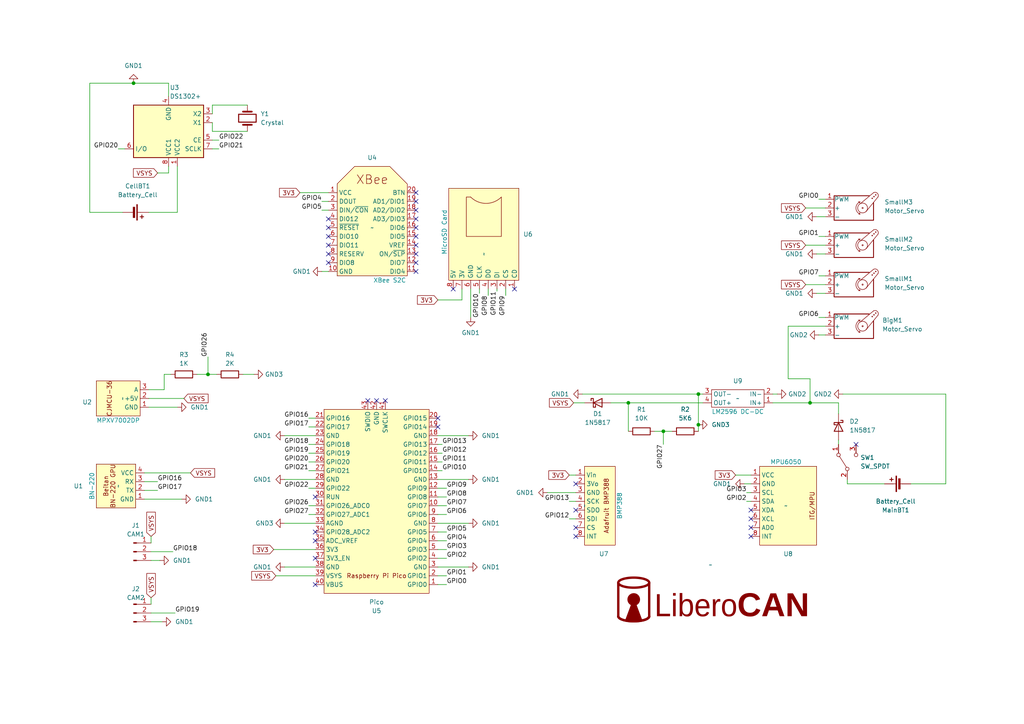
<source format=kicad_sch>
(kicad_sch (version 20231120) (generator "eeschema") (generator_version "8.0")
  (paper "A4")
  (title_block (title "LIBEROCAN PCB") (date "2024-01-16") (rev "v1.03.1") (comment 3 "                                                                    License: CC BY-SA 4.0") (comment 4 "                                                                    Author: Tan Siret Akıncı"))
  (lib_symbols
    (symbol "CansatParts:BMP388_Adafruit"
      (property "Reference" "U" (at -12.7 0 0))
      (symbol "BMP388_Adafruit_1_1"
        (text "Adafruit BMP388" (at 0 1.27 0) (effects (font (size 1.27 1.27))))
        (text "BMP388" (at 0 5.08 0) (effects (font (size 1.27 1.27))))
        (pin input line (at -8.89 -7.62 90) (length 2.54) (name "Vin") (number "1"))
        (pin input line (at -6.35 -7.62 90) (length 2.54) (name "3Vo") (number "2"))
        (pin input line (at -3.81 -7.62 90) (length 2.54) (name "GND") (number "3"))
        (pin input line (at -1.27 -7.62 90) (length 2.54) (name "SCK") (number "4"))
        (pin input line (at 1.27 -7.62 90) (length 2.54) (name "SDO") (number "5"))
        (pin input line (at 3.81 -7.62 90) (length 2.54) (name "SDI") (number "6"))
        (pin input line (at 6.35 -7.62 90) (length 2.54) (name "CS") (number "7"))
        (pin input line (at 8.89 -7.62 90) (length 2.54) (name "INT") (number "8"))
      )
    )
    (symbol "CansatParts:BN-220"
      (property "Reference" "U" (at -7.62 0 0))
      (symbol "BN-220_1_1"
        (text "Beitan\nBN-220 GPU" (at 0 2.54 0) (effects (font (size 1.27 1.27))))
        (text "BN-220" (at 0 7.62 0) (effects (font (size 1.27 1.27))))
        (pin input line (at -3.81 -7.62 90) (length 2.54) (name "GND") (number "1"))
        (pin input line (at -1.27 -7.62 90) (length 2.54) (name "TX") (number "2"))
        (pin input line (at 1.27 -7.62 90) (length 2.54) (name "RX") (number "3"))
        (pin input line (at 3.81 -7.62 90) (length 2.54) (name "VCC") (number "4"))
      )
    )
    (symbol "CansatParts:LM2596_DC-DC_Buck_Module"
      (property "Reference" "U" (at 0 -3.81 0))
      (symbol "LM2596_DC-DC_Buck_Module_1_1"
        (text "LM2596 DC-DC" (at 0 3.81 0) (effects (font (size 1.27 1.27))))
        (pin input line (at -10.16 1.27 0) (length 2.54) (name "IN+") (number "1"))
        (pin input line (at -10.16 -1.27 0) (length 2.54) (name "IN-") (number "2"))
        (pin output line (at 10.16 -1.27 180) (length 2.54) (name "OUT-") (number "3"))
        (pin output line (at 10.16 1.27 180) (length 2.54) (name "OUT+") (number "4"))
      )
    )
    (symbol "CansatParts:MPU6050_ITG/MPU"
      (property "Reference" "U" (at 0 -12.7 0))
      (symbol "MPU6050_ITG/MPU_1_1"
        (text "ITG/MPU" (at 7.62 0 900) (effects (font (size 1.27 1.27))))
        (text "MPU6050" (at 0 12.7 0) (effects (font (size 1.27 1.27))))
        (pin input line (at -10.16 8.89 0) (length 2.54) (name "VCC") (number "1"))
        (pin input line (at -10.16 6.35 0) (length 2.54) (name "GND") (number "2"))
        (pin input line (at -10.16 3.81 0) (length 2.54) (name "SCL") (number "3"))
        (pin input line (at -10.16 1.27 0) (length 2.54) (name "SDA") (number "4"))
        (pin input line (at -10.16 -1.27 0) (length 2.54) (name "XDA") (number "5"))
        (pin input line (at -10.16 -3.81 0) (length 2.54) (name "XCL") (number "6"))
        (pin input line (at -10.16 -6.35 0) (length 2.54) (name "AD0") (number "7"))
        (pin input line (at -10.16 -8.89 0) (length 2.54) (name "INT") (number "8"))
      )
    )
    (symbol "CansatParts:MPXV7002DP CJMCU-36"
      (property "Reference" "U" (at -3.81 -6.35 0))
      (symbol "MPXV7002DP CJMCU-36_1_1"
        (text "CJMCU-36" (at 3.81 0 900) (effects (font (size 1.27 1.27))))
        (text "MPXV7002DP" (at 1.27 6.35 0) (effects (font (size 1.27 1.27))))
        (pin input line (at -7.62 2.54 0) (length 2.54) (name "GND") (number "1"))
        (pin input line (at -7.62 0 0) (length 2.54) (name "+5V") (number "2"))
        (pin input line (at -7.62 -2.54 0) (length 2.54) (name "A") (number "3"))
      )
    )
    (symbol "CansatParts:Micro_SD_Card_Breakout_Board_Adafruit"
      (property "Reference" "U" (at -15.24 0 0))
      (symbol "Micro_SD_Card_Breakout_Board_Adafruit_1_1"
        (text "MicroSD Card" (at -1.27 -11.43 0) (effects (font (size 1.27 1.27))))
        (pin input line (at 15.24 8.89 180) (length 2.54) (name "CD") (number "1"))
        (pin input line (at 15.24 6.35 180) (length 2.54) (name "CS") (number "2"))
        (pin input line (at 15.24 3.81 180) (length 2.54) (name "DI") (number "3"))
        (pin input line (at 15.24 1.27 180) (length 2.54) (name "DO") (number "4"))
        (pin input line (at 15.24 -1.27 180) (length 2.54) (name "CLK") (number "5"))
        (pin input line (at 15.24 -3.81 180) (length 2.54) (name "GND") (number "6"))
        (pin input line (at 15.24 -6.35 180) (length 2.54) (name "3V") (number "7"))
        (pin input line (at 15.24 -8.89 180) (length 2.54) (name "5V") (number "8"))
      )
    )
    (symbol "CansatParts:XBee_S2C"
      (property "Reference" "U" (at -8.89 -15.24 0))
      (symbol "XBee_S2C_1_1"
        (text "XBee" (at 0 13.97 0) (effects (font (size 2.54 2.54))))
        (text "XBee S2C" (at 5.08 -15.24 0) (effects (font (size 1.27 1.27))))
        (pin input line (at -12.7 10.16 0) (length 2.54) (name "VCC") (number "1"))
        (pin input line (at -12.7 -12.7 0) (length 2.54) (name "GND") (number "10"))
        (pin input line (at 12.7 -12.7 180) (length 2.54) (name "DIO4") (number "11"))
        (pin input line (at 12.7 -10.16 180) (length 2.54) (name "DIO7") (number "12"))
        (pin input line (at 12.7 -7.62 180) (length 2.54) (name "ON/~{SLP}") (number "13"))
        (pin input line (at 12.7 -5.08 180) (length 2.54) (name "VREF") (number "14"))
        (pin input line (at 12.7 -2.54 180) (length 2.54) (name "DIO5") (number "15"))
        (pin input line (at 12.7 0 180) (length 2.54) (name "DIO6") (number "16"))
        (pin input line (at 12.7 2.54 180) (length 2.54) (name "AD3/DIO3") (number "17"))
        (pin input line (at 12.7 5.08 180) (length 2.54) (name "AD2/DIO2") (number "18"))
        (pin input line (at 12.7 7.62 180) (length 2.54) (name "AD1/DIO1") (number "19"))
        (pin input line (at -12.7 7.62 0) (length 2.54) (name "DOUT") (number "2"))
        (pin input line (at 12.7 10.16 180) (length 2.54) (name "BTN") (number "20"))
        (pin input line (at -12.7 5.08 0) (length 2.54) (name "DIN/~{CON}") (number "3"))
        (pin input line (at -12.7 2.54 0) (length 2.54) (name "DI012") (number "4"))
        (pin input line (at -12.7 0 0) (length 2.54) (name "~{RESET}") (number "5"))
        (pin input line (at -12.7 -2.54 0) (length 2.54) (name "DIO10") (number "6"))
        (pin input line (at -12.7 -5.08 0) (length 2.54) (name "DIO11") (number "7"))
        (pin input line (at -12.7 -7.62 0) (length 2.54) (name "RESERV") (number "8"))
        (pin input line (at -12.7 -10.16 0) (length 2.54) (name "DIO8") (number "9"))
      )
    )
    (symbol "CansatSymbols:LIBEROCAN_Logo"
      (property "Value" "~" (at -2.1882 17.78 0))
    )
    (symbol "Connector:Conn_01x03_Pin" (pin_names (offset 1.016) hide)
      (property "Reference" "J" (at 0 5.08 0))
      (property "Value" "Conn_01x03_Pin" (at 0 -5.08 0))
      (symbol "Conn_01x03_Pin_1_1"
        (pin passive line (at 5.08 2.54 180) (length 3.81) (name "Pin_1") (number "1"))
        (pin passive line (at 5.08 0 180) (length 3.81) (name "Pin_2") (number "2"))
        (pin passive line (at 5.08 -2.54 180) (length 3.81) (name "Pin_3") (number "3"))
      )
    )
    (symbol "Device:Battery_Cell" (pin_numbers hide) (pin_names (offset 0) hide)
      (property "Reference" "BT" (at 2.54 2.54 0))
      (property "Value" "Battery_Cell" (at 2.54 0 0))
      (symbol "Battery_Cell_1_1"
        (pin passive line (at 0 5.08 270) (length 2.54) (name "+") (number "1"))
        (pin passive line (at 0 -2.54 90) (length 2.54) (name "-") (number "2"))
      )
    )
    (symbol "Device:Crystal" (pin_numbers hide) (pin_names (offset 1.016) hide)
      (property "Reference" "Y" (at 0 3.81 0))
      (property "Value" "Crystal" (at 0 -3.81 0))
      (symbol "Crystal_1_1"
        (pin passive line (at -3.81 0 0) (length 1.27) (name "1") (number "1"))
        (pin passive line (at 3.81 0 180) (length 1.27) (name "2") (number "2"))
      )
    )
    (symbol "Device:R" (pin_numbers hide) (pin_names (offset 0))
      (property "Reference" "R" (at 2.032 0 90))
      (property "Value" "R" (at 0 0 90))
      (symbol "R_1_1"
        (pin passive line (at 0 3.81 270) (length 1.27) (name "~") (number "1"))
        (pin passive line (at 0 -3.81 90) (length 1.27) (name "~") (number "2"))
      )
    )
    (symbol "Diode:1N5817" (pin_numbers hide) (pin_names (offset 1.016) hide)
      (property "Reference" "D" (at 0 2.54 0))
      (property "Value" "1N5817" (at 0 -2.54 0))
      (symbol "1N5817_1_1"
        (pin passive line (at -3.81 0 0) (length 2.54) (name "K") (number "1"))
        (pin passive line (at 3.81 0 180) (length 2.54) (name "A") (number "2"))
      )
    )
    (symbol "MCU_RaspberryPi_and_Boards:Pico"
      (property "Reference" "U" (at -13.97 27.94 0))
      (property "Value" "Pico" (at 0 19.05 0))
      (symbol "Pico_0_0"
        (text "Raspberry Pi Pico" (at 0 21.59 0) (effects (font (size 1.27 1.27))))
      )
      (symbol "Pico_1_1"
        (pin bidirectional line (at -17.78 24.13 0) (length 2.54) (name "GPIO0") (number "1"))
        (pin bidirectional line (at -17.78 1.27 0) (length 2.54) (name "GPIO7") (number "10"))
        (pin bidirectional line (at -17.78 -1.27 0) (length 2.54) (name "GPIO8") (number "11"))
        (pin bidirectional line (at -17.78 -3.81 0) (length 2.54) (name "GPIO9") (number "12"))
        (pin power_in line (at -17.78 -6.35 0) (length 2.54) (name "GND") (number "13"))
        (pin bidirectional line (at -17.78 -8.89 0) (length 2.54) (name "GPIO10") (number "14"))
        (pin bidirectional line (at -17.78 -11.43 0) (length 2.54) (name "GPIO11") (number "15"))
        (pin bidirectional line (at -17.78 -13.97 0) (length 2.54) (name "GPIO12") (number "16"))
        (pin bidirectional line (at -17.78 -16.51 0) (length 2.54) (name "GPIO13") (number "17"))
        (pin power_in line (at -17.78 -19.05 0) (length 2.54) (name "GND") (number "18"))
        (pin bidirectional line (at -17.78 -21.59 0) (length 2.54) (name "GPIO14") (number "19"))
        (pin bidirectional line (at -17.78 21.59 0) (length 2.54) (name "GPIO1") (number "2"))
        (pin bidirectional line (at -17.78 -24.13 0) (length 2.54) (name "GPIO15") (number "20"))
        (pin bidirectional line (at 17.78 -24.13 180) (length 2.54) (name "GPIO16") (number "21"))
        (pin bidirectional line (at 17.78 -21.59 180) (length 2.54) (name "GPIO17") (number "22"))
        (pin power_in line (at 17.78 -19.05 180) (length 2.54) (name "GND") (number "23"))
        (pin bidirectional line (at 17.78 -16.51 180) (length 2.54) (name "GPIO18") (number "24"))
        (pin bidirectional line (at 17.78 -13.97 180) (length 2.54) (name "GPIO19") (number "25"))
        (pin bidirectional line (at 17.78 -11.43 180) (length 2.54) (name "GPIO20") (number "26"))
        (pin bidirectional line (at 17.78 -8.89 180) (length 2.54) (name "GPIO21") (number "27"))
        (pin power_in line (at 17.78 -6.35 180) (length 2.54) (name "GND") (number "28"))
        (pin bidirectional line (at 17.78 -3.81 180) (length 2.54) (name "GPIO22") (number "29"))
        (pin power_in line (at -17.78 19.05 0) (length 2.54) (name "GND") (number "3"))
        (pin input line (at 17.78 -1.27 180) (length 2.54) (name "RUN") (number "30"))
        (pin bidirectional line (at 17.78 1.27 180) (length 2.54) (name "GPIO26_ADC0") (number "31"))
        (pin bidirectional line (at 17.78 3.81 180) (length 2.54) (name "GPIO27_ADC1") (number "32"))
        (pin power_in line (at 17.78 6.35 180) (length 2.54) (name "AGND") (number "33"))
        (pin bidirectional line (at 17.78 8.89 180) (length 2.54) (name "GPIO28_ADC2") (number "34"))
        (pin power_in line (at 17.78 11.43 180) (length 2.54) (name "ADC_VREF") (number "35"))
        (pin power_in line (at 17.78 13.97 180) (length 2.54) (name "3V3") (number "36"))
        (pin input line (at 17.78 16.51 180) (length 2.54) (name "3V3_EN") (number "37"))
        (pin bidirectional line (at 17.78 19.05 180) (length 2.54) (name "GND") (number "38"))
        (pin power_in line (at 17.78 21.59 180) (length 2.54) (name "VSYS") (number "39"))
        (pin bidirectional line (at -17.78 16.51 0) (length 2.54) (name "GPIO2") (number "4"))
        (pin power_in line (at 17.78 24.13 180) (length 2.54) (name "VBUS") (number "40"))
        (pin input line (at -2.54 -29.21 90) (length 2.54) (name "SWCLK") (number "41"))
        (pin power_in line (at 0 -29.21 90) (length 2.54) (name "GND") (number "42"))
        (pin bidirectional line (at 2.54 -29.21 90) (length 2.54) (name "SWDIO") (number "43"))
        (pin bidirectional line (at -17.78 13.97 0) (length 2.54) (name "GPIO3") (number "5"))
        (pin bidirectional line (at -17.78 11.43 0) (length 2.54) (name "GPIO4") (number "6"))
        (pin bidirectional line (at -17.78 8.89 0) (length 2.54) (name "GPIO5") (number "7"))
        (pin power_in line (at -17.78 6.35 0) (length 2.54) (name "GND") (number "8"))
        (pin bidirectional line (at -17.78 3.81 0) (length 2.54) (name "GPIO6") (number "9"))
      )
    )
    (symbol "Motor:Motor_Servo" (pin_names (offset 0.0254))
      (property "Reference" "M" (at -5.08 4.445 0))
      (property "Value" "Motor_Servo" (at -5.08 -4.064 0))
      (symbol "Motor_Servo_1_1"
        (pin passive line (at -7.62 2.54 0) (length 2.54) (name "PWM") (number "1"))
        (pin passive line (at -7.62 0 0) (length 2.54) (name "+") (number "2"))
        (pin passive line (at -7.62 -2.54 0) (length 2.54) (name "-") (number "3"))
      )
    )
    (symbol "Switch:SW_SPDT" (pin_names (offset 0) hide)
      (property "Reference" "SW" (at 0 4.318 0))
      (property "Value" "SW_SPDT" (at 0 -5.08 0))
      (symbol "SW_SPDT_1_1"
        (pin passive line (at 5.08 2.54 180) (length 2.54) (name "A") (number "1"))
        (pin passive line (at -5.08 0 0) (length 2.54) (name "B") (number "2"))
        (pin passive line (at 5.08 -2.54 180) (length 2.54) (name "C") (number "3"))
      )
    )
    (symbol "Timer_RTC:DS1302+"
      (property "Reference" "U" (at -8.89 8.89 0))
      (property "Value" "DS1302+" (at 6.35 8.89 0))
      (symbol "DS1302+_1_1"
        (pin power_in line (at -2.54 10.16 270) (length 2.54) (name "VCC2") (number "1"))
        (pin input line (at -12.7 -2.54 0) (length 2.54) (name "X1") (number "2"))
        (pin input line (at -12.7 -5.08 0) (length 2.54) (name "X2") (number "3"))
        (pin power_in line (at 0 -10.16 90) (length 2.54) (name "GND") (number "4"))
        (pin input line (at -12.7 2.54 0) (length 2.54) (name "CE") (number "5"))
        (pin bidirectional line (at 12.7 5.08 180) (length 2.54) (name "I/O") (number "6"))
        (pin input line (at -12.7 5.08 0) (length 2.54) (name "SCLK") (number "7"))
        (pin power_in line (at 0 10.16 270) (length 2.54) (name "VCC1") (number "8"))
      )
    )
    (symbol "power:GND1" (power) (pin_names (offset 0))
      (property "Value" "GND1" (at 0 -3.81 0))
      (symbol "GND1_1_1"
        (pin power_in line (at 0 0 270) (length 0) hide (name "GND1") (number "1"))
      )
    )
    (symbol "power:GND2" (power) (pin_names (offset 0))
      (property "Value" "GND2" (at 0 -3.81 0))
      (symbol "GND2_1_1"
        (pin power_in line (at 0 0 270) (length 0) hide (name "GND2") (number "1"))
      )
    )
    (symbol "power:GND3" (power) (pin_names (offset 0))
      (property "Value" "GND3" (at 0 -3.81 0))
      (symbol "GND3_1_1"
        (pin power_in line (at 0 0 270) (length 0) hide (name "GND3") (number "1"))
      )
    )
  )
  (junction (at 202.565 123.19))
  (junction (at 192.405 125.095))
  (junction (at 38.735 24.13))
  (junction (at 234.95 116.84))
  (junction (at 60.325 108.585))
  (junction (at 182.245 116.84))
  (junction (at 202.565 114.3))
  (no_connect (at 120.65 66.04))
  (no_connect (at 95.25 71.12))
  (no_connect (at 95.25 63.5))
  (no_connect (at 120.65 68.58))
  (no_connect (at 167.005 147.955))
  (no_connect (at 127 121.285))
  (no_connect (at 120.65 63.5))
  (no_connect (at 109.22 116.205))
  (no_connect (at 120.65 73.66))
  (no_connect (at 167.005 153.035))
  (no_connect (at 95.25 76.2))
  (no_connect (at 167.005 155.575))
  (no_connect (at 120.65 60.96))
  (no_connect (at 248.285 128.905))
  (no_connect (at 217.805 155.575))
  (no_connect (at 91.44 154.305))
  (no_connect (at 91.44 169.545))
  (no_connect (at 106.68 116.205))
  (no_connect (at 95.25 73.66))
  (no_connect (at 149.225 83.82))
  (no_connect (at 111.76 116.205))
  (no_connect (at 91.44 156.845))
  (no_connect (at 95.25 68.58))
  (no_connect (at 217.805 150.495))
  (no_connect (at 131.445 83.82))
  (no_connect (at 127 123.825))
  (no_connect (at 95.25 66.04))
  (no_connect (at 120.65 76.2))
  (no_connect (at 91.44 161.925))
  (no_connect (at 217.805 147.955))
  (no_connect (at 91.44 144.145))
  (no_connect (at 120.65 71.12))
  (no_connect (at 120.65 58.42))
  (no_connect (at 120.65 78.74))
  (no_connect (at 167.005 140.335))
  (no_connect (at 120.65 55.88))
  (no_connect (at 217.805 153.035))
  (wire (pts (xy 228.6 94.615) (xy 239.395 94.615)))
  (wire (pts (xy 233.68 71.12) (xy 239.395 71.12)))
  (wire (pts (xy 168.91 114.3) (xy 202.565 114.3)))
  (wire (pts (xy 91.44 133.985) (xy 89.535 133.985)))
  (wire (pts (xy 43.18 118.11) (xy 51.435 118.11)))
  (wire (pts (xy 60.325 108.585) (xy 62.865 108.585)))
  (wire (pts (xy 133.985 86.995) (xy 133.985 83.82)))
  (wire (pts (xy 129.54 144.145) (xy 127 144.145)))
  (wire (pts (xy 57.15 108.585) (xy 60.325 108.585)))
  (wire (pts (xy 233.68 60.325) (xy 239.395 60.325)))
  (wire (pts (xy 127 169.545) (xy 129.54 169.545)))
  (wire (pts (xy 274.32 114.3) (xy 274.32 140.335)))
  (wire (pts (xy 93.345 60.96) (xy 95.25 60.96)))
  (wire (pts (xy 38.735 24.13) (xy 48.895 24.13)))
  (wire (pts (xy 192.405 125.095) (xy 194.945 125.095)))
  (wire (pts (xy 228.6 109.855) (xy 234.95 109.855)))
  (wire (pts (xy 192.405 125.095) (xy 192.405 128.905)))
  (wire (pts (xy 135.89 151.765) (xy 127 151.765)))
  (wire (pts (xy 93.345 78.74) (xy 95.25 78.74)))
  (wire (pts (xy 91.44 139.065) (xy 82.55 139.065)))
  (wire (pts (xy 216.535 142.875) (xy 217.805 142.875)))
  (wire (pts (xy 43.815 180.34) (xy 46.99 180.34)))
  (wire (pts (xy 61.595 30.48) (xy 71.755 30.48)))
  (wire (pts (xy 43.815 162.56) (xy 46.355 162.56)))
  (wire (pts (xy 91.44 136.525) (xy 89.535 136.525)))
  (wire (pts (xy 182.245 125.095) (xy 182.245 116.84)))
  (wire (pts (xy 136.525 83.82) (xy 136.525 92.075)))
  (wire (pts (xy 127 146.685) (xy 129.54 146.685)))
  (wire (pts (xy 91.44 126.365) (xy 82.55 126.365)))
  (wire (pts (xy 233.68 82.55) (xy 239.395 82.55)))
  (wire (pts (xy 89.535 128.905) (xy 91.44 128.905)))
  (wire (pts (xy 82.55 151.765) (xy 91.44 151.765)))
  (wire (pts (xy 225.425 114.3) (xy 224.155 114.3)))
  (wire (pts (xy 91.44 167.005) (xy 80.01 167.005)))
  (wire (pts (xy 202.565 123.19) (xy 202.565 114.3)))
  (wire (pts (xy 127 156.845) (xy 129.54 156.845)))
  (wire (pts (xy 35.56 61.595) (xy 26.035 61.595)))
  (wire (pts (xy 91.44 164.465) (xy 82.55 164.465)))
  (wire (pts (xy 128.27 131.445) (xy 127 131.445)))
  (wire (pts (xy 51.435 61.595) (xy 51.435 48.26)))
  (wire (pts (xy 245.745 140.335) (xy 256.54 140.335)))
  (wire (pts (xy 135.89 164.465) (xy 127 164.465)))
  (wire (pts (xy 50.8 177.8) (xy 43.815 177.8)))
  (wire (pts (xy 129.54 161.925) (xy 127 161.925)))
  (wire (pts (xy 236.855 73.66) (xy 239.395 73.66)))
  (wire (pts (xy 228.6 94.615) (xy 228.6 109.855)))
  (wire (pts (xy 93.345 58.42) (xy 95.25 58.42)))
  (wire (pts (xy 237.49 68.58) (xy 239.395 68.58)))
  (wire (pts (xy 91.44 121.285) (xy 89.535 121.285)))
  (wire (pts (xy 61.595 33.02) (xy 61.595 30.48)))
  (wire (pts (xy 135.89 126.365) (xy 127 126.365)))
  (wire (pts (xy 61.595 40.64) (xy 63.5 40.64)))
  (wire (pts (xy 244.475 114.3) (xy 274.32 114.3)))
  (wire (pts (xy 61.595 43.18) (xy 63.5 43.18)))
  (wire (pts (xy 60.325 103.505) (xy 60.325 108.585)))
  (wire (pts (xy 43.815 173.355) (xy 43.815 175.26)))
  (wire (pts (xy 127 154.305) (xy 129.54 154.305)))
  (wire (pts (xy 128.27 136.525) (xy 127 136.525)))
  (wire (pts (xy 146.685 83.82) (xy 146.685 85.725)))
  (wire (pts (xy 45.72 142.24) (xy 41.91 142.24)))
  (wire (pts (xy 89.535 131.445) (xy 91.44 131.445)))
  (wire (pts (xy 45.72 50.165) (xy 48.895 50.165)))
  (wire (pts (xy 167.005 137.795) (xy 165.1 137.795)))
  (wire (pts (xy 264.16 140.335) (xy 274.32 140.335)))
  (wire (pts (xy 217.805 137.795) (xy 213.36 137.795)))
  (wire (pts (xy 167.005 145.415) (xy 165.1 145.415)))
  (wire (pts (xy 166.37 116.84) (xy 169.545 116.84)))
  (wire (pts (xy 141.605 83.82) (xy 141.605 85.725)))
  (wire (pts (xy 237.49 92.075) (xy 239.395 92.075)))
  (wire (pts (xy 135.89 139.065) (xy 127 139.065)))
  (wire (pts (xy 236.855 85.09) (xy 239.395 85.09)))
  (wire (pts (xy 52.705 144.78) (xy 41.91 144.78)))
  (wire (pts (xy 129.54 141.605) (xy 127 141.605)))
  (wire (pts (xy 61.595 35.56) (xy 61.595 38.1)))
  (wire (pts (xy 53.34 115.57) (xy 43.18 115.57)))
  (wire (pts (xy 34.29 43.18) (xy 36.195 43.18)))
  (wire (pts (xy 48.895 50.165) (xy 48.895 48.26)))
  (wire (pts (xy 189.865 125.095) (xy 192.405 125.095)))
  (wire (pts (xy 217.805 140.335) (xy 215.9 140.335)))
  (wire (pts (xy 237.49 57.785) (xy 239.395 57.785)))
  (wire (pts (xy 129.54 149.225) (xy 127 149.225)))
  (wire (pts (xy 70.485 108.585) (xy 73.66 108.585)))
  (wire (pts (xy 91.44 146.685) (xy 89.535 146.685)))
  (wire (pts (xy 243.205 127.635) (xy 243.205 128.905)))
  (wire (pts (xy 47.625 113.03) (xy 47.625 108.585)))
  (wire (pts (xy 224.155 116.84) (xy 234.95 116.84)))
  (wire (pts (xy 47.625 108.585) (xy 49.53 108.585)))
  (wire (pts (xy 236.855 62.865) (xy 239.395 62.865)))
  (wire (pts (xy 48.895 24.13) (xy 48.895 27.94)))
  (wire (pts (xy 129.54 167.005) (xy 127 167.005)))
  (wire (pts (xy 61.595 38.1) (xy 71.755 38.1)))
  (wire (pts (xy 237.49 97.155) (xy 239.395 97.155)))
  (wire (pts (xy 50.165 160.02) (xy 43.815 160.02)))
  (wire (pts (xy 43.815 155.575) (xy 43.815 157.48)))
  (wire (pts (xy 237.49 80.01) (xy 239.395 80.01)))
  (wire (pts (xy 91.44 141.605) (xy 89.535 141.605)))
  (wire (pts (xy 89.535 149.225) (xy 91.44 149.225)))
  (wire (pts (xy 55.245 137.16) (xy 41.91 137.16)))
  (wire (pts (xy 26.035 24.13) (xy 38.735 24.13)))
  (wire (pts (xy 47.625 113.03) (xy 43.18 113.03)))
  (wire (pts (xy 128.27 133.985) (xy 127 133.985)))
  (wire (pts (xy 167.005 150.495) (xy 165.1 150.495)))
  (wire (pts (xy 26.035 61.595) (xy 26.035 24.13)))
  (wire (pts (xy 129.54 159.385) (xy 127 159.385)))
  (wire (pts (xy 127 86.995) (xy 133.985 86.995)))
  (wire (pts (xy 139.065 83.82) (xy 139.065 85.09)))
  (wire (pts (xy 216.535 145.415) (xy 217.805 145.415)))
  (wire (pts (xy 45.72 139.7) (xy 41.91 139.7)))
  (wire (pts (xy 234.95 109.855) (xy 234.95 116.84)))
  (wire (pts (xy 234.95 116.84) (xy 243.205 116.84)))
  (wire (pts (xy 128.27 128.905) (xy 127 128.905)))
  (wire (pts (xy 43.18 61.595) (xy 51.435 61.595)))
  (wire (pts (xy 182.245 116.84) (xy 203.835 116.84)))
  (wire (pts (xy 202.565 114.3) (xy 203.835 114.3)))
  (wire (pts (xy 182.245 116.84) (xy 177.165 116.84)))
  (wire (pts (xy 245.745 139.065) (xy 245.745 140.335)))
  (wire (pts (xy 144.145 83.82) (xy 144.145 84.455)))
  (wire (pts (xy 86.995 55.88) (xy 95.25 55.88)))
  (wire (pts (xy 91.44 123.825) (xy 89.535 123.825)))
  (wire (pts (xy 167.005 142.875) (xy 158.75 142.875)))
  (wire (pts (xy 202.565 125.095) (xy 202.565 123.19)))
  (wire (pts (xy 243.205 116.84) (xy 243.205 120.015)))
  (wire (pts (xy 91.44 159.385) (xy 79.375 159.385)))
  (label "GPIO26" (at 89.535 146.685 180))
  (label "GPIO6" (at 129.54 149.225 0))
  (label "GPIO1" (at 129.54 167.005 0))
  (label "GPIO8" (at 141.605 85.725 270))
  (label "GPIO13" (at 128.27 128.905 0))
  (label "GPIO6" (at 237.49 92.075 180))
  (label "GPIO4" (at 93.345 58.42 180))
  (label "GPIO5" (at 129.54 154.305 0))
  (label "GPIO21" (at 63.5 43.18 0))
  (label "GPIO8" (at 129.54 144.145 0))
  (label "GPIO9" (at 146.685 85.725 270))
  (label "GPIO20" (at 89.535 133.985 180))
  (label "GPIO0" (at 129.54 169.545 0))
  (label "GPIO13" (at 165.1 145.415 180))
  (label "GPIO22" (at 89.535 141.605 180))
  (label "GPIO3" (at 216.535 142.875 180))
  (label "GPIO18" (at 89.535 128.905 180))
  (label "GPIO21" (at 89.535 136.525 180))
  (label "GPIO11" (at 128.27 133.985 0))
  (label "GPIO5" (at 93.345 60.96 180))
  (label "GPIO16" (at 89.535 121.285 180))
  (label "GPIO2" (at 129.54 161.925 0))
  (label "GPIO18" (at 50.165 160.02 0))
  (label "GPIO12" (at 128.27 131.445 0))
  (label "GPIO12" (at 165.1 150.495 180))
  (label "GPIO10" (at 128.27 136.525 0))
  (label "GPIO10" (at 139.065 85.09 270))
  (label "GPIO19" (at 89.535 131.445 180))
  (label "GPIO26" (at 60.325 103.505 90))
  (label "GPIO17" (at 89.535 123.825 180))
  (label "GPIO27" (at 89.535 149.225 180))
  (label "GPIO3" (at 129.54 159.385 0))
  (label "GPIO22" (at 63.5 40.64 0))
  (label "GPIO20" (at 34.29 43.18 180))
  (label "GPIO16" (at 45.72 139.7 0))
  (label "GPIO0" (at 237.49 57.785 180))
  (label "GPIO7" (at 129.54 146.685 0))
  (label "GPIO19" (at 50.8 177.8 0))
  (label "GPIO7" (at 237.49 80.01 180))
  (label "GPIO11" (at 144.145 84.455 270))
  (label "GPIO17" (at 45.72 142.24 0))
  (label "GPIO1" (at 237.49 68.58 180))
  (label "GPIO27" (at 192.405 128.905 270))
  (label "GPIO4" (at 129.54 156.845 0))
  (label "GPIO2" (at 216.535 145.415 180))
  (label "GPIO9" (at 129.54 141.605 0))
  (global_label "VSYS" (shape input) (at 233.68 82.55 180) (property "Intersheetrefs" "${INTERSHEET_REFS}" (effects (hide yes))))
  (global_label "VSYS" (shape input) (at 233.68 60.325 180) (property "Intersheetrefs" "${INTERSHEET_REFS}" (effects (hide yes))))
  (global_label "VSYS" (shape input) (at 53.34 115.57 0) (property "Intersheetrefs" "${INTERSHEET_REFS}" (effects (hide yes))))
  (global_label "VSYS" (shape input) (at 43.815 173.355 90) (property "Intersheetrefs" "${INTERSHEET_REFS}" (effects (hide yes))))
  (global_label "VSYS" (shape input) (at 55.245 137.16 0) (property "Intersheetrefs" "${INTERSHEET_REFS}" (effects (hide yes))))
  (global_label "VSYS" (shape input) (at 43.815 155.575 90) (property "Intersheetrefs" "${INTERSHEET_REFS}" (effects (hide yes))))
  (global_label "3V3" (shape input) (at 127 86.995 180) (property "Intersheetrefs" "${INTERSHEET_REFS}" (effects (hide yes))))
  (global_label "VSYS" (shape input) (at 80.01 167.005 180) (property "Intersheetrefs" "${INTERSHEET_REFS}" (effects (hide yes))))
  (global_label "3V3" (shape input) (at 86.995 55.88 180) (property "Intersheetrefs" "${INTERSHEET_REFS}" (effects (hide yes))))
  (global_label "3V3" (shape input) (at 213.36 137.795 180) (property "Intersheetrefs" "${INTERSHEET_REFS}" (effects (hide yes))))
  (global_label "VSYS" (shape input) (at 45.72 50.165 180) (property "Intersheetrefs" "${INTERSHEET_REFS}" (effects (hide yes))))
  (global_label "3V3" (shape input) (at 79.375 159.385 180) (property "Intersheetrefs" "${INTERSHEET_REFS}" (effects (hide yes))))
  (global_label "3V3" (shape input) (at 165.1 137.795 180) (property "Intersheetrefs" "${INTERSHEET_REFS}" (effects (hide yes))))
  (global_label "VSYS" (shape input) (at 166.37 116.84 180) (property "Intersheetrefs" "${INTERSHEET_REFS}" (effects (hide yes))))
  (global_label "VSYS" (shape input) (at 233.68 71.12 180) (property "Intersheetrefs" "${INTERSHEET_REFS}" (effects (hide yes))))
  (symbol (lib_id "power:GND1") (at 168.91 114.3 270) (unit 1)
    (property "Reference" "#PWR013" (effects (hide yes)))
    (property "Value" "GND1" (at 165.1 114.3 90) (effects (justify right)))
  )
  (symbol (lib_id "CansatSymbols:LIBEROCAN_Logo") (at 208.28 181.61 0) (unit 1)
    (property "Reference" "U10" (effects (hide yes)))
    (property "Value" "~" (at 206.0918 163.83 0))
  )
  (symbol (lib_id "Device:R") (at 66.675 108.585 90) (unit 1)
    (property "Reference" "R4" (at 66.675 102.87 90))
    (property "Value" "2K" (at 66.675 105.41 90))
    (property "Footprint" "Resistor_THT:R_Axial_DIN0204_L3.6mm_D1.6mm_P5.08mm_Horizontal" (effects (hide yes)))
  )
  (symbol (lib_id "power:GND3") (at 73.66 108.585 90) (unit 1)
    (property "Reference" "#PWR026" (effects (hide yes)))
    (property "Value" "GND3" (at 76.835 108.585 90) (effects (justify right)))
  )
  (symbol (lib_id "power:GND1") (at 236.855 85.09 270) (unit 1)
    (property "Reference" "#PWR016" (effects (hide yes)))
    (property "Value" "GND1" (at 233.045 85.09 90) (effects (justify right)))
  )
  (symbol (lib_id "Device:Battery_Cell") (at 38.1 61.595 270) (unit 1)
    (property "Reference" "CellBT1" (at 39.9415 53.975 90))
    (property "Value" "Battery_Cell" (at 39.9415 56.515 90))
    (property "Footprint" "Battery:BatteryHolder_Keystone_103_1x20mm" (effects (hide yes)))
  )
  (symbol (lib_id "Device:Crystal") (at 71.755 34.29 270) (unit 1)
    (property "Reference" "Y1" (at 75.565 33.02 90) (effects (justify left)))
    (property "Value" "Crystal" (at 75.565 35.56 90) (effects (justify left)))
    (property "Footprint" "Crystal:Crystal_C38-LF_D3.0mm_L8.0mm_Vertical" (effects (hide yes)))
  )
  (symbol (lib_id "power:GND1") (at 135.89 151.765 90) (unit 1)
    (property "Reference" "#PWR09" (effects (hide yes)))
    (property "Value" "GND1" (at 139.7 151.765 90) (effects (justify right)))
  )
  (symbol (lib_id "power:GND3") (at 82.55 151.765 270) (unit 1)
    (property "Reference" "#PWR025" (effects (hide yes)))
    (property "Value" "GND3" (at 79.375 151.765 90) (effects (justify right)))
  )
  (symbol (lib_id "power:GND1") (at 215.9 140.335 270) (unit 1)
    (property "Reference" "#PWR014" (effects (hide yes)))
    (property "Value" "GND1" (at 212.09 140.335 90) (effects (justify right)))
  )
  (symbol (lib_id "Device:R") (at 198.755 125.095 270) (unit 1)
    (property "Reference" "R2" (at 198.755 118.745 90))
    (property "Value" "5K6" (at 198.755 121.285 90))
    (property "Footprint" "Resistor_THT:R_Axial_DIN0204_L3.6mm_D1.6mm_P5.08mm_Horizontal" (effects (hide yes)))
  )
  (symbol (lib_id "Motor:Motor_Servo") (at 247.015 94.615 0) (unit 1)
    (property "Reference" "BigM1" (at 255.905 92.9116 0) (effects (justify left)))
    (property "Value" "Motor_Servo" (at 255.905 95.4516 0) (effects (justify left)))
    (property "Footprint" "Connector_PinHeader_2.54mm:PinHeader_1x03_P2.54mm_Vertical" (effects (hide yes)))
    (property "Datasheet" "http://forums.parallax.com/uploads/attachments/46831/74481.png" (effects (hide yes)))
  )
  (symbol (lib_id "power:GND1") (at 38.735 24.13 180) (unit 1)
    (property "Reference" "#PWR019" (effects (hide yes)))
    (property "Value" "GND1" (at 38.735 19.05 0))
  )
  (symbol (lib_id "power:GND1") (at 82.55 126.365 270) (unit 1)
    (property "Reference" "#PWR03" (effects (hide yes)))
    (property "Value" "GND1" (at 78.74 126.365 90) (effects (justify right)))
  )
  (symbol (lib_id "power:GND1") (at 82.55 139.065 270) (unit 1)
    (property "Reference" "#PWR04" (effects (hide yes)))
    (property "Value" "GND1" (at 78.74 139.065 90) (effects (justify right)))
  )
  (symbol (lib_id "power:GND1") (at 46.99 180.34 90) (unit 1)
    (property "Reference" "#PWR022" (effects (hide yes)))
    (property "Value" "GND1" (at 50.8 180.34 90) (effects (justify right)))
  )
  (symbol (lib_id "Motor:Motor_Servo") (at 247.015 71.12 0) (unit 1)
    (property "Reference" "SmallM2" (at 256.54 69.4166 0) (effects (justify left)))
    (property "Value" "Motor_Servo" (at 256.54 71.9566 0) (effects (justify left)))
    (property "Footprint" "Connector_PinHeader_2.54mm:PinHeader_1x03_P2.54mm_Vertical" (effects (hide yes)))
    (property "Datasheet" "http://forums.parallax.com/uploads/attachments/46831/74481.png" (effects (hide yes)))
  )
  (symbol (lib_id "power:GND1") (at 52.705 144.78 90) (unit 1)
    (property "Reference" "#PWR02" (effects (hide yes)))
    (property "Value" "GND1" (at 56.515 144.78 90) (effects (justify right)))
  )
  (symbol (lib_id "Switch:SW_SPDT") (at 245.745 133.985 90) (unit 1)
    (property "Reference" "SW1" (at 249.555 132.715 90) (effects (justify right)))
    (property "Value" "SW_SPDT" (at 249.555 135.255 90) (effects (justify right)))
    (property "Footprint" "Button_Switch_THT:SW_E-Switch_EG1271_SPDT" (effects (hide yes)))
  )
  (symbol (lib_id "CansatParts:LM2596_DC-DC_Buck_Module") (at 213.995 115.57 180) (unit 1)
    (property "Reference" "U9" (at 213.995 110.49 0))
    (property "Value" "~" (at 213.995 115.57 0))
    (property "Footprint" "CansatFootprints:LM2596 Voltage Regulator board" (effects (hide yes)))
  )
  (symbol (lib_id "power:GND2") (at 237.49 97.155 270) (unit 1)
    (property "Reference" "#PWR017" (effects (hide yes)))
    (property "Value" "GND2" (at 234.315 97.155 90) (effects (justify right)))
  )
  (symbol (lib_id "Device:R") (at 186.055 125.095 270) (unit 1)
    (property "Reference" "R1" (at 186.055 118.745 90))
    (property "Value" "10K" (at 186.055 121.285 90))
    (property "Footprint" "Resistor_THT:R_Axial_DIN0204_L3.6mm_D1.6mm_P5.08mm_Horizontal" (effects (hide yes)))
  )
  (symbol (lib_id "power:GND1") (at 51.435 118.11 90) (unit 1)
    (property "Reference" "#PWR01" (effects (hide yes)))
    (property "Value" "GND1" (at 55.245 118.11 90) (effects (justify right)))
  )
  (symbol (lib_id "Connector:Conn_01x03_Pin") (at 38.735 160.02 0) (unit 1)
    (property "Reference" "J1" (at 39.37 152.4 0))
    (property "Value" "CAM1" (at 39.37 154.94 0))
    (property "Footprint" "Connector_PinHeader_2.54mm:PinHeader_1x03_P2.54mm_Vertical" (effects (hide yes)))
  )
  (symbol (lib_id "power:GND3") (at 202.565 123.19 90) (unit 1)
    (property "Reference" "#PWR024" (effects (hide yes)))
    (property "Value" "GND3" (at 206.375 123.19 90) (effects (justify right)))
  )
  (symbol (lib_id "Connector:Conn_01x03_Pin") (at 38.735 177.8 0) (unit 1)
    (property "Reference" "J2" (at 39.37 170.815 0))
    (property "Value" "CAM2" (at 39.37 173.355 0))
    (property "Footprint" "Connector_PinHeader_2.54mm:PinHeader_1x03_P2.54mm_Vertical" (effects (hide yes)))
  )
  (symbol (lib_id "CansatParts:Micro_SD_Card_Breakout_Board_Adafruit") (at 140.335 68.58 270) (unit 1)
    (property "Reference" "U6" (at 151.765 67.945 90) (effects (justify left)))
    (property "Value" "~" (at 140.335 73.66 0))
    (property "Footprint" "CansatFootprints:Adafruit MicroSD Breakout" (effects (hide yes)))
  )
  (symbol (lib_id "power:GND1") (at 135.89 139.065 90) (unit 1)
    (property "Reference" "#PWR08" (effects (hide yes)))
    (property "Value" "GND1" (at 139.7 139.065 90) (effects (justify right)))
  )
  (symbol (lib_id "Diode:1N5817") (at 173.355 116.84 0) (unit 1)
    (property "Reference" "D1" (at 173.355 120.015 0))
    (property "Value" "1N5817" (at 173.355 122.555 0))
    (property "Footprint" "Diode_THT:D_DO-41_SOD81_P7.62mm_Horizontal" (effects (hide yes)))
    (property "Datasheet" "http://www.vishay.com/docs/88525/1n5817.pdf" (effects (hide yes)))
  )
  (symbol (lib_id "CansatParts:MPU6050_ITG/MPU") (at 227.965 146.685 0) (unit 1)
    (property "Reference" "U8" (at 228.6 160.655 0))
    (property "Value" "~" (at 227.965 146.685 0))
    (property "Footprint" "CansatFootprints:MPU6050 Module" (effects (hide yes)))
  )
  (symbol (lib_id "CansatParts:XBee_S2C") (at 107.95 66.04 0) (unit 1)
    (property "Reference" "U4" (at 107.95 45.72 0))
    (property "Value" "~" (at 107.95 66.04 0))
    (property "Footprint" "CansatFootprints:XBee S2C" (effects (hide yes)))
  )
  (symbol (lib_id "power:GND2") (at 225.425 114.3 90) (unit 1)
    (property "Reference" "#PWR015" (effects (hide yes)))
    (property "Value" "GND2" (at 228.6 114.3 90) (effects (justify right)))
  )
  (symbol (lib_id "Device:R") (at 53.34 108.585 270) (unit 1)
    (property "Reference" "R3" (at 53.34 102.87 90))
    (property "Value" "1K" (at 53.34 105.41 90))
    (property "Footprint" "Resistor_THT:R_Axial_DIN0204_L3.6mm_D1.6mm_P5.08mm_Horizontal" (effects (hide yes)))
  )
  (symbol (lib_id "power:GND2") (at 244.475 114.3 270) (unit 1)
    (property "Reference" "#PWR018" (effects (hide yes)))
    (property "Value" "GND2" (at 241.3 114.3 90) (effects (justify right)))
  )
  (symbol (lib_id "power:GND1") (at 46.355 162.56 90) (unit 1)
    (property "Reference" "#PWR023" (effects (hide yes)))
    (property "Value" "GND1" (at 50.165 162.56 90) (effects (justify right)))
  )
  (symbol (lib_id "MCU_RaspberryPi_and_Boards:Pico") (at 109.22 145.415 180) (unit 1)
    (property "Reference" "U5" (at 109.22 177.165 0))
    (property "Value" "Pico" (at 109.22 174.625 0))
    (property "Footprint" "MCU_RaspberryPi_and_Boards:RPi_Pico_SMD_TH" (effects (hide yes)))
  )
  (symbol (lib_id "power:GND1") (at 82.55 164.465 270) (unit 1)
    (property "Reference" "#PWR05" (effects (hide yes)))
    (property "Value" "GND1" (at 78.74 164.465 90) (effects (justify right)))
  )
  (symbol (lib_id "power:GND1") (at 158.75 142.875 270) (unit 1)
    (property "Reference" "#PWR012" (effects (hide yes)))
    (property "Value" "GND1" (at 154.94 142.875 90) (effects (justify right)))
  )
  (symbol (lib_id "Timer_RTC:DS1302+") (at 48.895 38.1 180) (unit 1)
    (property "Reference" "U3" (at 49.2409 25.4 0) (effects (justify right)))
    (property "Value" "DS1302+" (at 49.2409 27.94 0) (effects (justify right)))
    (property "Footprint" "Package_DIP:DIP-8_W7.62mm" (effects (hide yes)))
    (property "Datasheet" "https://datasheets.maximintegrated.com/en/ds/DS1302.pdf" (effects (hide yes)))
  )
  (symbol (lib_id "power:GND1") (at 135.89 126.365 90) (unit 1)
    (property "Reference" "#PWR07" (effects (hide yes)))
    (property "Value" "GND1" (at 139.7 126.365 90) (effects (justify right)))
  )
  (symbol (lib_id "power:GND1") (at 236.855 62.865 270) (unit 1)
    (property "Reference" "#PWR021" (effects (hide yes)))
    (property "Value" "GND1" (at 233.045 62.865 90) (effects (justify right)))
  )
  (symbol (lib_id "Device:Battery_Cell") (at 261.62 140.335 90) (unit 1)
    (property "Reference" "MainBT1" (at 259.7785 147.955 90))
    (property "Value" "Battery_Cell" (at 259.7785 145.415 90))
    (property "Footprint" "Connector_PinHeader_2.54mm:PinHeader_1x02_P2.54mm_Vertical" (effects (hide yes)))
  )
  (symbol (lib_id "power:GND1") (at 135.89 164.465 90) (unit 1)
    (property "Reference" "#PWR010" (effects (hide yes)))
    (property "Value" "GND1" (at 139.7 164.465 90) (effects (justify right)))
  )
  (symbol (lib_id "power:GND1") (at 93.345 78.74 270) (unit 1)
    (property "Reference" "#PWR06" (effects (hide yes)))
    (property "Value" "GND1" (at 90.17 78.74 90) (effects (justify right)))
  )
  (symbol (lib_id "CansatParts:BN-220") (at 34.29 140.97 90) (unit 1)
    (property "Reference" "U1" (at 24.13 140.97 90) (effects (justify left)))
    (property "Value" "~" (at 34.29 140.97 0))
    (property "Footprint" "CansatFootprints:BN-220" (effects (hide yes)))
  )
  (symbol (lib_id "Diode:1N5817") (at 243.205 123.825 270) (unit 1)
    (property "Reference" "D2" (at 246.38 122.2375 90) (effects (justify left)))
    (property "Value" "1N5817" (at 246.38 124.7775 90) (effects (justify left)))
    (property "Footprint" "Diode_THT:D_DO-41_SOD81_P7.62mm_Horizontal" (effects (hide yes)))
    (property "Datasheet" "http://www.vishay.com/docs/88525/1n5817.pdf" (effects (hide yes)))
  )
  (symbol (lib_id "Motor:Motor_Servo") (at 247.015 60.325 0) (unit 1)
    (property "Reference" "SmallM3" (at 256.54 58.6216 0) (effects (justify left)))
    (property "Value" "Motor_Servo" (at 256.54 61.1616 0) (effects (justify left)))
    (property "Footprint" "Connector_PinHeader_2.54mm:PinHeader_1x03_P2.54mm_Vertical" (effects (hide yes)))
    (property "Datasheet" "http://forums.parallax.com/uploads/attachments/46831/74481.png" (effects (hide yes)))
  )
  (symbol (lib_id "power:GND1") (at 136.525 92.075 0) (unit 1)
    (property "Reference" "#PWR011" (effects (hide yes)))
    (property "Value" "GND1" (at 136.525 96.52 0))
  )
  (symbol (lib_id "Motor:Motor_Servo") (at 247.015 82.55 0) (unit 1)
    (property "Reference" "SmallM1" (at 256.54 80.8466 0) (effects (justify left)))
    (property "Value" "Motor_Servo" (at 256.54 83.3866 0) (effects (justify left)))
    (property "Footprint" "Connector_PinHeader_2.54mm:PinHeader_1x03_P2.54mm_Vertical" (effects (hide yes)))
    (property "Datasheet" "http://forums.parallax.com/uploads/attachments/46831/74481.png" (effects (hide yes)))
  )
  (symbol (lib_id "power:GND1") (at 236.855 73.66 270) (unit 1)
    (property "Reference" "#PWR020" (effects (hide yes)))
    (property "Value" "GND1" (at 233.045 73.66 90) (effects (justify right)))
  )
  (symbol (lib_id "CansatParts:MPXV7002DP CJMCU-36") (at 35.56 115.57 180) (unit 1)
    (property "Reference" "U2" (at 26.67 116.63 0) (effects (justify left)))
    (property "Value" "~" (at 35.56 115.57 90))
    (property "Footprint" "Connector_PinHeader_2.54mm:PinHeader_1x03_P2.54mm_Vertical" (effects (hide yes)))
  )
  (symbol (lib_id "CansatParts:BMP388_Adafruit") (at 174.625 146.685 270) (unit 1)
    (property "Reference" "U7" (at 175.1358 160.655 90))
    (property "Value" "~" (at 169.545 146.685 0))
    (property "Footprint" "CansatFootprints:Adafruit BMP388 Blue" (effects (hide yes)))
  )
)
</source>
